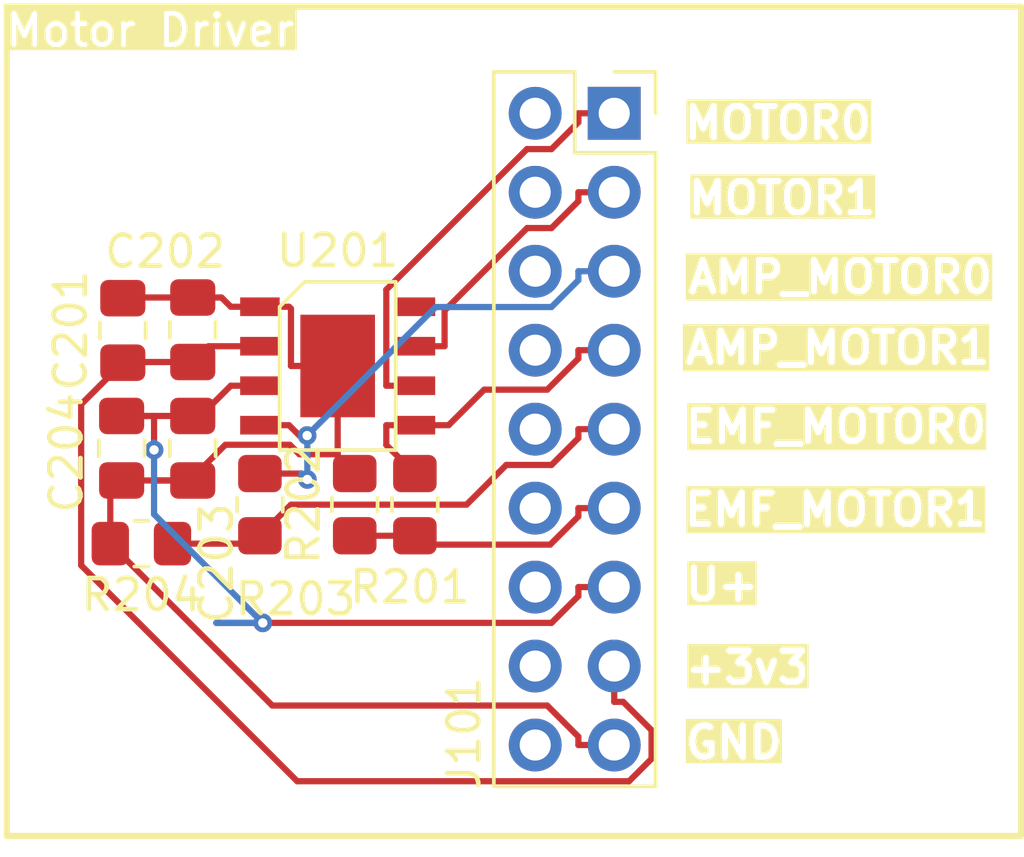
<source format=kicad_pcb>
(kicad_pcb (version 20240108) (generator "pcbnew") (generator_version "8.0")
  (layers (0 "F.Cu" signal) (31 "B.Cu" signal) (34 "B.Paste" user) (35 "F.Paste" user) (36 "B.SilkS" user "B.Silkscreen") (37 "F.SilkS" user "F.Silkscreen") (38 "B.Mask" user) (39 "F.Mask" user) (44 "Edge.Cuts" user))
  (net 0 "")
  (net 1 "PGND")
  (net 2 "/J_+3v3")
  (net 3 "/J_U+")
  (net 4 "/+3v3")
  (net 5 "/J_MOTOR0")
  (net 6 "/MOTOR1")
  (net 7 "/J_AMP_MOTOR0")
  (net 8 "/J_AMP_MOTOR1")
  (net 9 "/J_EMF_MOTOR0")
  (net 10 "/EMF_MOTOR0")
  (net 11 "/EMF_MOTOR1")
  (net 12 "/GND")
  (net 13 "/J_EMF_MOTOR1")
  (net 14 "/U+")
  (net 15 "/MOTOR0")
  (net 16 "/AMP_MOTOR1")
  (net 17 "/AMP_MOTOR0")
  (net 18 "/J_MOTOR1")
  (footprint "Capacitor_SMD:C_0805_2012Metric_Pad1.18x1.45mm_HandSolder" (layer "F.Cu") (at 116.88 68.1775 -90)
    (property "Reference" "C204" (at 0.148501 1.778001 -90) (layer "F.SilkS"))
    (property "Value" "100nF")
    (fp_line (start -0.261253 0.735) (end 0.261253 0.735) (stroke (width 0.12)) (layer "F.SilkS"))
    (fp_line (start -0.261253 -0.735) (end 0.261253 -0.735) (stroke (width 0.12)) (layer "F.SilkS"))
    (pad "1" smd roundrect (at -1.0375 0 270) (size 1.175 1.45) (layers "F.Cu" "F.Paste" "F.Mask") (roundrect_rratio 0.212766) (net 3 "/J_U+"))
    (pad "2" smd roundrect (at 1.0375 0 270) (size 1.175 1.45) (layers "F.Cu" "F.Paste" "F.Mask") (roundrect_rratio 0.212766) (net 1 "PGND"))
  )
  (footprint "Resistor_SMD:R_0805_2012Metric_Pad1.20x1.40mm_HandSolder" (layer "F.Cu") (at 126.307 69.993 90)
    (property "Reference" "R201" (at -2.651 -0.156 0) (layer "F.SilkS"))
    (property "Value" "6k8")
    (fp_line (start -0.227064 -0.735) (end 0.227064 -0.735) (stroke (width 0.12)) (layer "F.SilkS"))
    (fp_line (start -0.227064 0.735) (end 0.227064 0.735) (stroke (width 0.12)) (layer "F.SilkS"))
    (pad "1" smd roundrect (at -1 0 90) (size 1.2 1.4) (layers "F.Cu" "F.Paste" "F.Mask") (roundrect_rratio 0.208333) (net 13 "/J_EMF_MOTOR1"))
    (pad "2" smd roundrect (at 1 0 90) (size 1.2 1.4) (layers "F.Cu" "F.Paste" "F.Mask") (roundrect_rratio 0.208333) (net 8 "/J_AMP_MOTOR1"))
  )
  (footprint "Resistor_SMD:R_0805_2012Metric_Pad1.20x1.40mm_HandSolder" (layer "F.Cu") (at 121.325 69.993 90)
    (property "Reference" "R203" (at -3.032 1.143 0) (layer "F.SilkS"))
    (property "Value" "6k8")
    (fp_line (start -0.227064 -0.735) (end 0.227064 -0.735) (stroke (width 0.12)) (layer "F.SilkS"))
    (fp_line (start -0.227064 0.735) (end 0.227064 0.735) (stroke (width 0.12)) (layer "F.SilkS"))
    (pad "1" smd roundrect (at -1 0 90) (size 1.2 1.4) (layers "F.Cu" "F.Paste" "F.Mask") (roundrect_rratio 0.208333) (net 9 "/J_EMF_MOTOR0"))
    (pad "2" smd roundrect (at 1 0 90) (size 1.2 1.4) (layers "F.Cu" "F.Paste" "F.Mask") (roundrect_rratio 0.208333) (net 7 "/J_AMP_MOTOR0"))
  )
  (footprint "Connector_PinSocket_2.54mm:PinSocket_2x09_P2.54mm_Vertical" (layer "F.Cu") (at 132.715 57.404)
    (property "Reference" "J101" (at -4.826 19.939 90) (layer "F.SilkS"))
    (property "Value" "Conn_02x09_Odd_Even")
    (fp_line (start -3.87 -1.33) (end -3.87 21.65) (stroke (width 0.12)) (layer "F.SilkS"))
    (fp_line (start -3.87 -1.33) (end -1.27 -1.33) (stroke (width 0.12)) (layer "F.SilkS"))
    (fp_line (start -3.87 21.65) (end 1.33 21.65) (stroke (width 0.12)) (layer "F.SilkS"))
    (fp_line (start -1.27 -1.33) (end -1.27 1.27) (stroke (width 0.12)) (layer "F.SilkS"))
    (fp_line (start -1.27 1.27) (end 1.33 1.27) (stroke (width 0.12)) (layer "F.SilkS"))
    (fp_line (start 0 -1.33) (end 1.33 -1.33) (stroke (width 0.12)) (layer "F.SilkS"))
    (fp_line (start 1.33 -1.33) (end 1.33 0) (stroke (width 0.12)) (layer "F.SilkS"))
    (fp_line (start 1.33 1.27) (end 1.33 21.65) (stroke (width 0.12)) (layer "F.SilkS"))
    (pad "1" thru_hole rect (at 0 0) (size 1.7 1.7) (drill 1) (layers "*.Cu" "*.Mask") (net 5 "/J_MOTOR0"))
    (pad "2" thru_hole oval (at -2.54 0) (size 1.7 1.7) (drill 1) (layers "*.Cu" "*.Mask") (net 15 "/MOTOR0"))
    (pad "3" thru_hole oval (at 0 2.54) (size 1.7 1.7) (drill 1) (layers "*.Cu" "*.Mask") (net 18 "/J_MOTOR1"))
    (pad "4" thru_hole oval (at -2.54 2.54) (size 1.7 1.7) (drill 1) (layers "*.Cu" "*.Mask") (net 6 "/MOTOR1"))
    (pad "5" thru_hole oval (at 0 5.08) (size 1.7 1.7) (drill 1) (layers "*.Cu" "*.Mask") (net 7 "/J_AMP_MOTOR0"))
    (pad "6" thru_hole oval (at -2.54 5.08) (size 1.7 1.7) (drill 1) (layers "*.Cu" "*.Mask") (net 17 "/AMP_MOTOR0"))
    (pad "7" thru_hole oval (at 0 7.62) (size 1.7 1.7) (drill 1) (layers "*.Cu" "*.Mask") (net 8 "/J_AMP_MOTOR1"))
    (pad "8" thru_hole oval (at -2.54 7.62) (size 1.7 1.7) (drill 1) (layers "*.Cu" "*.Mask") (net 16 "/AMP_MOTOR1"))
    (pad "9" thru_hole oval (at 0 10.16) (size 1.7 1.7) (drill 1) (layers "*.Cu" "*.Mask") (net 9 "/J_EMF_MOTOR0"))
    (pad "10" thru_hole oval (at -2.54 10.16) (size 1.7 1.7) (drill 1) (layers "*.Cu" "*.Mask") (net 10 "/EMF_MOTOR0"))
    (pad "11" thru_hole oval (at 0 12.7) (size 1.7 1.7) (drill 1) (layers "*.Cu" "*.Mask") (net 13 "/J_EMF_MOTOR1"))
    (pad "12" thru_hole oval (at -2.54 12.7) (size 1.7 1.7) (drill 1) (layers "*.Cu" "*.Mask") (net 11 "/EMF_MOTOR1"))
    (pad "13" thru_hole oval (at 0 15.24) (size 1.7 1.7) (drill 1) (layers "*.Cu" "*.Mask") (net 3 "/J_U+"))
    (pad "14" thru_hole oval (at -2.54 15.24) (size 1.7 1.7) (drill 1) (layers "*.Cu" "*.Mask") (net 14 "/U+"))
    (pad "15" thru_hole oval (at 0 17.78) (size 1.7 1.7) (drill 1) (layers "*.Cu" "*.Mask") (net 2 "/J_+3v3"))
    (pad "16" thru_hole oval (at -2.54 17.78) (size 1.7 1.7) (drill 1) (layers "*.Cu" "*.Mask") (net 4 "/+3v3"))
    (pad "17" thru_hole oval (at 0 20.32) (size 1.7 1.7) (drill 1) (layers "*.Cu" "*.Mask") (net 1 "PGND"))
    (pad "18" thru_hole oval (at -2.54 20.32) (size 1.7 1.7) (drill 1) (layers "*.Cu" "*.Mask") (net 12 "/GND"))
  )
  (footprint "Resistor_SMD:R_0805_2012Metric_Pad1.20x1.40mm_HandSolder" (layer "F.Cu") (at 117.515 71.247 180)
    (property "Reference" "R204" (at 0 -1.65 0) (layer "F.SilkS"))
    (property "Value" "1k")
    (fp_line (start -0.227064 0.735) (end 0.227064 0.735) (stroke (width 0.12)) (layer "F.SilkS"))
    (fp_line (start -0.227064 -0.735) (end 0.227064 -0.735) (stroke (width 0.12)) (layer "F.SilkS"))
    (pad "1" smd roundrect (at -1 0 180) (size 1.2 1.4) (layers "F.Cu" "F.Paste" "F.Mask") (roundrect_rratio 0.208333) (net 9 "/J_EMF_MOTOR0"))
    (pad "2" smd roundrect (at 1 0 180) (size 1.2 1.4) (layers "F.Cu" "F.Paste" "F.Mask") (roundrect_rratio 0.208333) (net 1 "PGND"))
  )
  (footprint "Resistor_SMD:R_0805_2012Metric_Pad1.20x1.40mm_HandSolder" (layer "F.Cu") (at 124.373 69.993 90)
    (property "Reference" "R202" (at 0.016 -1.651 -90) (layer "F.SilkS"))
    (property "Value" "1k")
    (fp_line (start -0.227064 -0.735) (end 0.227064 -0.735) (stroke (width 0.12)) (layer "F.SilkS"))
    (fp_line (start -0.227064 0.735) (end 0.227064 0.735) (stroke (width 0.12)) (layer "F.SilkS"))
    (pad "1" smd roundrect (at -1 0 90) (size 1.2 1.4) (layers "F.Cu" "F.Paste" "F.Mask") (roundrect_rratio 0.208333) (net 13 "/J_EMF_MOTOR1"))
    (pad "2" smd roundrect (at 1 0 90) (size 1.2 1.4) (layers "F.Cu" "F.Paste" "F.Mask") (roundrect_rratio 0.208333) (net 1 "PGND"))
  )
  (footprint "Capacitor_SMD:C_0805_2012Metric_Pad1.18x1.45mm_HandSolder" (layer "F.Cu") (at 116.918 64.389 90)
    (property "Reference" "C201" (at 0 -1.679999 -90) (layer "F.SilkS"))
    (property "Value" "10uF")
    (fp_line (start -0.261253 -0.735) (end 0.261253 -0.735) (stroke (width 0.12)) (layer "F.SilkS"))
    (fp_line (start -0.261253 0.735) (end 0.261253 0.735) (stroke (width 0.12)) (layer "F.SilkS"))
    (pad "1" smd roundrect (at -1.0375 0 90) (size 1.175 1.45) (layers "F.Cu" "F.Paste" "F.Mask") (roundrect_rratio 0.212766) (net 2 "/J_+3v3"))
    (pad "2" smd roundrect (at 1.0375 0 90) (size 1.175 1.45) (layers "F.Cu" "F.Paste" "F.Mask") (roundrect_rratio 0.212766) (net 1 "PGND"))
  )
  (footprint "Capacitor_SMD:C_0805_2012Metric_Pad1.18x1.45mm_HandSolder" (layer "F.Cu") (at 119.166 68.1775 -90)
    (property "Reference" "C203" (at 3.704501 -0.762 90) (layer "F.SilkS"))
    (property "Value" "10uF")
    (fp_line (start -0.261253 0.735) (end 0.261253 0.735) (stroke (width 0.12)) (layer "F.SilkS"))
    (fp_line (start -0.261253 -0.735) (end 0.261253 -0.735) (stroke (width 0.12)) (layer "F.SilkS"))
    (pad "1" smd roundrect (at -1.0375 0 270) (size 1.175 1.45) (layers "F.Cu" "F.Paste" "F.Mask") (roundrect_rratio 0.212766) (net 3 "/J_U+"))
    (pad "2" smd roundrect (at 1.0375 0 270) (size 1.175 1.45) (layers "F.Cu" "F.Paste" "F.Mask") (roundrect_rratio 0.212766) (net 1 "PGND"))
  )
  (footprint "BDR6133:BDR6133" (layer "F.Cu") (at 123.825 65.532 -90)
    (property "Reference" "U201" (at -3.705 0 0) (layer "F.SilkS"))
    (property "Value" "BDR6133")
    (fp_line (start -1.905 1.865) (end -2.705 1.065) (stroke (width 0.12)) (layer "F.SilkS"))
    (fp_line (start 2.705 1.865) (end -1.905 1.865) (stroke (width 0.12)) (layer "F.SilkS"))
    (fp_line (start -2.705 1.065) (end -2.705 -1.865) (stroke (width 0.12)) (layer "F.SilkS"))
    (fp_line (start -2.705 -1.865) (end 2.705 -1.865) (stroke (width 0.12)) (layer "F.SilkS"))
    (fp_line (start 2.705 -1.865) (end 2.705 1.865) (stroke (width 0.12)) (layer "F.SilkS"))
    (pad "1" smd rect (at -1.904999 2.5 270) (size 0.6 1.27) (layers "F.Cu" "F.Paste" "F.Mask") (net 1 "PGND"))
    (pad "2" smd rect (at -0.635 2.5 270) (size 0.6 1.27) (layers "F.Cu" "F.Paste" "F.Mask") (net 2 "/J_+3v3"))
    (pad "3" smd rect (at 0.635 2.5 270) (size 0.6 1.27) (layers "F.Cu" "F.Paste" "F.Mask") (net 3 "/J_U+"))
    (pad "4" smd rect (at 1.904999 2.5 270) (size 0.6 1.27) (layers "F.Cu" "F.Paste" "F.Mask") (net 7 "/J_AMP_MOTOR0"))
    (pad "5" smd rect (at 1.904999 -2.5 270) (size 0.6 1.27) (layers "F.Cu" "F.Paste" "F.Mask") (net 8 "/J_AMP_MOTOR1"))
    (pad "6" smd rect (at 0.635 -2.5 270) (size 0.6 1.27) (layers "F.Cu" "F.Paste" "F.Mask") (net 5 "/J_MOTOR0"))
    (pad "7" smd rect (at -0.635 -2.5 270) (size 0.6 1.27) (layers "F.Cu" "F.Paste" "F.Mask") (net 18 "/J_MOTOR1"))
    (pad "8" smd rect (at -1.904999 -2.5 270) (size 0.6 1.27) (layers "F.Cu" "F.Paste" "F.Mask"))
    (pad "9" smd rect (at 0 0 270) (size 3.3 2.4) (layers "F.Cu" "F.Paste" "F.Mask") (net 1 "PGND"))
  )
  (footprint "Capacitor_SMD:C_0805_2012Metric_Pad1.18x1.45mm_HandSolder" (layer "F.Cu") (at 119.166 64.3675 90)
    (property "Reference" "C202" (at 2.5185 -0.889 0) (layer "F.SilkS"))
    (property "Value" "100nF")
    (fp_line (start -0.261253 -0.735) (end 0.261253 -0.735) (stroke (width 0.12)) (layer "F.SilkS"))
    (fp_line (start -0.261253 0.735) (end 0.261253 0.735) (stroke (width 0.12)) (layer "F.SilkS"))
    (pad "1" smd roundrect (at -1.0375 0 90) (size 1.175 1.45) (layers "F.Cu" "F.Paste" "F.Mask") (roundrect_rratio 0.212766) (net 2 "/J_+3v3"))
    (pad "2" smd roundrect (at 1.0375 0 90) (size 1.175 1.45) (layers "F.Cu" "F.Paste" "F.Mask") (roundrect_rratio 0.212766) (net 1 "PGND"))
  )
  (gr_rect (start 113.1885 53.975) (end 145.796 80.6485) (stroke (width 0.2)) (fill none) (layer "F.SilkS"))
  (gr_text "AMP_MOTOR0" (at 135.001 63.256 0) (layer "F.SilkS" knockout) (effects (font (size 1 1) (thickness 0.2) (bold yes)) (justify left bottom)))
  (gr_text "AMP_MOTOR1" (at 134.906 65.532 0) (layer "F.SilkS" knockout) (effects (font (size 1 1) (thickness 0.2) (bold yes)) (justify left bottom)))
  (gr_text "U+" (at 134.906 73.152 0) (layer "F.SilkS" knockout) (effects (font (size 1 1) (thickness 0.2) (bold yes)) (justify left bottom)))
  (gr_text "GND" (at 134.906 78.232 0) (layer "F.SilkS" knockout) (effects (font (size 1 1) (thickness 0.2) (bold yes)) (justify left bottom)))
  (gr_text "MOTOR0" (at 134.874 58.303 0) (layer "F.SilkS" knockout) (effects (font (size 1 1) (thickness 0.2) (bold yes)) (justify left bottom)))
  (gr_text "EMF_MOTOR0" (at 134.906 68.072 0) (layer "F.SilkS" knockout) (effects (font (size 1 1) (thickness 0.2) (bold yes)) (justify left bottom)))
  (gr_text "MOTOR1" (at 135.001 60.716 0) (layer "F.SilkS" knockout) (effects (font (size 1 1) (thickness 0.2) (bold yes)) (justify left bottom)))
  (gr_text "+3v3" (at 134.906 75.819 0) (layer "F.SilkS" knockout) (effects (font (size 1 1) (thickness 0.2) (bold yes)) (justify left bottom)))
  (gr_text "EMF_MOTOR1" (at 134.874 70.739 0) (layer "F.SilkS" knockout) (effects (font (size 1 1) (thickness 0.2) (bold yes)) (justify left bottom)))
  (gr_text "Motor Driver" (at 113.0808 55.3212 0) (layer "F.SilkS" knockout) (effects (font (size 1 1)) (justify left bottom)))
  (segment (start 132.715 77.724) (end 131.5633 77.724) (width 0.2) (layer "F.Cu") (net 1))
  (segment (start 116.88 69.215) (end 118.023 69.215) (width 0.2) (layer "F.Cu") (net 1))
  (segment (start 116.9395 63.33) (end 119.166 63.33) (width 0.2) (layer "F.Cu") (net 1))
  (segment (start 123.825 68.372) (end 123.825 68.0645) (width 0.2) (layer "F.Cu") (net 1))
  (segment (start 116.515 71.247) (end 116.515 69.58) (width 0.2) (layer "F.Cu") (net 1))
  (segment (start 131.5633 77.724) (end 131.5633 77.4555) (width 0.2) (layer "F.Cu") (net 1))
  (segment (start 122.5934 68.372) (end 123.825 68.372) (width 0.2) (layer "F.Cu") (net 1))
  (segment (start 119.0655 69.215) (end 120.2145 68.066) (width 0.2) (layer "F.Cu") (net 1))
  (segment (start 122.2874 68.066) (end 122.5934 68.372) (width 0.2) (layer "F.Cu") (net 1))
  (segment (start 120.0913 63.33) (end 120.3883 63.627) (width 0.2) (layer "F.Cu") (net 1))
  (segment (start 118.023 69.215) (end 119.166 69.215) (width 0.2) (layer "F.Cu") (net 1))
  (segment (start 116.515 69.58) (end 116.88 69.215) (width 0.2) (layer "F.Cu") (net 1))
  (segment (start 118.023 69.215) (end 119.0655 69.215) (width 0.2) (layer "F.Cu") (net 1))
  (segment (start 123.825 68.0645) (end 123.825 65.532) (width 0.2) (layer "F.Cu") (net 1))
  (segment (start 122.3233 63.6886) (end 122.2617 63.627) (width 0.2) (layer "F.Cu") (net 1))
  (segment (start 121.325 63.627) (end 120.3883 63.627) (width 0.2) (layer "F.Cu") (net 1))
  (segment (start 120.2145 68.066) (end 122.2874 68.066) (width 0.2) (layer "F.Cu") (net 1))
  (segment (start 123.825 65.532) (end 122.3233 65.532) (width 0.2) (layer "F.Cu") (net 1))
  (segment (start 119.166 63.33) (end 120.0913 63.33) (width 0.2) (layer "F.Cu") (net 1))
  (segment (start 131.5633 77.4555) (end 130.5618 76.454) (width 0.2) (layer "F.Cu") (net 1))
  (segment (start 121.325 63.627) (end 122.2617 63.627) (width 0.2) (layer "F.Cu") (net 1))
  (segment (start 122.3233 65.532) (end 122.3233 63.6886) (width 0.2) (layer "F.Cu") (net 1))
  (segment (start 116.918 63.3515) (end 116.9395 63.33) (width 0.2) (layer "F.Cu") (net 1))
  (segment (start 130.5618 76.454) (end 121.722 76.454) (width 0.2) (layer "F.Cu") (net 1))
  (segment (start 124.373 68.993) (end 123.825 68.445) (width 0.2) (layer "F.Cu") (net 1))
  (segment (start 123.825 68.445) (end 123.825 68.372) (width 0.2) (layer "F.Cu") (net 1))
  (segment (start 121.722 76.454) (end 116.515 71.247) (width 0.2) (layer "F.Cu") (net 1))
  (segment (start 132.715 76.3357) (end 133.0029 76.3357) (width 0.2) (layer "F.Cu") (net 2))
  (segment (start 121.325 64.897) (end 119.674 64.897) (width 0.2) (layer "F.Cu") (net 2))
  (segment (start 115.5787 71.9442) (end 115.5787 66.7658) (width 0.2) (layer "F.Cu") (net 2))
  (segment (start 133.1916 78.889) (end 122.5235 78.889) (width 0.2) (layer "F.Cu") (net 2))
  (segment (start 119.674 64.897) (end 119.166 65.405) (width 0.2) (layer "F.Cu") (net 2))
  (segment (start 132.715 75.184) (end 132.715 76.3357) (width 0.2) (layer "F.Cu") (net 2))
  (segment (start 116.9395 65.405) (end 116.918 65.4265) (width 0.2) (layer "F.Cu") (net 2))
  (segment (start 119.166 65.405) (end 116.9395 65.405) (width 0.2) (layer "F.Cu") (net 2))
  (segment (start 122.5235 78.889) (end 115.5787 71.9442) (width 0.2) (layer "F.Cu") (net 2))
  (segment (start 133.0029 76.3357) (end 133.915 77.2478) (width 0.2) (layer "F.Cu") (net 2))
  (segment (start 133.915 78.1656) (end 133.1916 78.889) (width 0.2) (layer "F.Cu") (net 2))
  (segment (start 115.5787 66.7658) (end 116.918 65.4265) (width 0.2) (layer "F.Cu") (net 2))
  (segment (start 133.915 77.2478) (end 133.915 78.1656) (width 0.2) (layer "F.Cu") (net 2))
  (segment (start 121.4178 73.7957) (end 119.9252 73.7957) (width 0.2) (layer "F.Cu") (net 3))
  (segment (start 117.9221 68.2327) (end 117.9221 67.14) (width 0.2) (layer "F.Cu") (net 3))
  (segment (start 131.5633 72.644) (end 131.5633 72.932) (width 0.2) (layer "F.Cu") (net 3))
  (segment (start 117.6431 67.14) (end 116.88 67.14) (width 0.2) (layer "F.Cu") (net 3))
  (segment (start 117.6844 67.14) (end 117.6431 67.14) (width 0.2) (layer "F.Cu") (net 3))
  (segment (start 121.325 66.167) (end 120.3883 66.167) (width 0.2) (layer "F.Cu") (net 3))
  (segment (start 119.9252 73.7957) (end 121.4178 73.7957) (width 0.2) (layer "F.Cu") (net 3))
  (segment (start 131.5633 72.932) (end 130.6996 73.7957) (width 0.2) (layer "F.Cu") (net 3))
  (segment (start 117.9221 67.14) (end 117.6844 67.14) (width 0.2) (layer "F.Cu") (net 3))
  (segment (start 117.9221 68.2327) (end 117.9221 67.9937) (width 0.2) (layer "F.Cu") (net 3))
  (segment (start 132.715 72.644) (end 131.5633 72.644) (width 0.2) (layer "F.Cu") (net 3))
  (segment (start 120.3883 66.167) (end 119.4153 67.14) (width 0.2) (layer "F.Cu") (net 3))
  (segment (start 119.4153 67.14) (end 119.166 67.14) (width 0.2) (layer "F.Cu") (net 3))
  (segment (start 130.6996 73.7957) (end 121.4178 73.7957) (width 0.2) (layer "F.Cu") (net 3))
  (segment (start 117.9221 67.9937) (end 117.9221 68.2327) (width 0.2) (layer "F.Cu") (net 3))
  (segment (start 119.166 67.14) (end 117.9221 67.14) (width 0.2) (layer "F.Cu") (net 3))
  (via (at 121.4178 73.7957) (size 0.6) (drill 0.3) (layers "F.Cu" "B.Cu") (net 3))
  (via (at 117.9221 68.2327) (size 0.6) (drill 0.3) (layers "F.Cu" "B.Cu") (net 3))
  (segment (start 117.9221 68.2327) (end 117.9221 67.9937) (width 0.2) (layer "B.Cu") (net 3))
  (segment (start 119.9252 73.7957) (end 121.4178 73.7957) (width 0.2) (layer "B.Cu") (net 3))
  (segment (start 117.9221 70.3) (end 117.9221 68.2327) (width 0.2) (layer "B.Cu") (net 3))
  (segment (start 119.9252 72.3031) (end 121.4178 73.7957) (width 0.2) (layer "B.Cu") (net 3))
  (segment (start 121.4178 73.7957) (end 119.9252 73.7957) (width 0.2) (layer "B.Cu") (net 3))
  (segment (start 119.9252 72.3031) (end 117.9221 70.3) (width 0.2) (layer "B.Cu") (net 3))
  (segment (start 117.9221 67.9937) (end 117.9221 68.2327) (width 0.2) (layer "B.Cu") (net 3))
  (segment (start 129.9103 58.5557) (end 130.6996 58.5557) (width 0.2) (layer "F.Cu") (net 5))
  (segment (start 132.715 57.404) (end 131.5633 57.404) (width 0.2) (layer "F.Cu") (net 5))
  (segment (start 126.325 66.167) (end 125.3883 66.167) (width 0.2) (layer "F.Cu") (net 5))
  (segment (start 130.6996 58.5557) (end 131.5633 57.692) (width 0.2) (layer "F.Cu") (net 5))
  (segment (start 131.5633 57.692) (end 131.5633 57.404) (width 0.2) (layer "F.Cu") (net 5))
  (segment (start 125.3883 63.0777) (end 129.9103 58.5557) (width 0.2) (layer "F.Cu") (net 5))
  (segment (start 125.3883 66.167) (end 125.3883 63.0777) (width 0.2) (layer "F.Cu") (net 5))
  (segment (start 122.6595 68.993) (end 122.849 69.1825) (width 0.2) (layer "F.Cu") (net 7))
  (segment (start 121.325 67.437) (end 122.2617 67.437) (width 0.2) (layer "F.Cu") (net 7))
  (segment (start 122.849 69.1825) (end 122.6595 68.993) (width 0.2) (layer "F.Cu") (net 7))
  (segment (start 122.6595 68.993) (end 121.325 68.993) (width 0.2) (layer "F.Cu") (net 7))
  (segment (start 122.849 69.1825) (end 122.6595 68.993) (width 0.2) (layer "F.Cu") (net 7))
  (segment (start 122.8425 67.7703) (end 122.595 67.7703) (width 0.2) (layer "F.Cu") (net 7))
  (segment (start 122.595 67.7703) (end 122.2617 67.437) (width 0.2) (layer "F.Cu") (net 7))
  (via (at 122.849 69.1825) (size 0.6) (drill 0.3) (layers "F.Cu" "B.Cu") (net 7))
  (via (at 122.8425 67.7703) (size 0.6) (drill 0.3) (layers "F.Cu" "B.Cu") (net 7))
  (segment (start 122.6595 68.993) (end 122.849 69.1825) (width 0.2) (layer "B.Cu") (net 7))
  (segment (start 131.5633 62.484) (end 131.5633 62.772) (width 0.2) (layer "B.Cu") (net 7))
  (segment (start 131.5633 62.772) (end 130.6996 63.6357) (width 0.2) (layer "B.Cu") (net 7))
  (segment (start 122.8425 67.7703) (end 122.849 67.7768) (width 0.2) (layer "B.Cu") (net 7))
  (segment (start 122.849 69.1825) (end 122.6595 68.993) (width 0.2) (layer "B.Cu") (net 7))
  (segment (start 130.6996 63.6357) (end 126.9771 63.6357) (width 0.2) (layer "B.Cu") (net 7))
  (segment (start 122.849 67.7768) (end 122.849 69.1825) (width 0.2) (layer "B.Cu") (net 7))
  (segment (start 132.715 62.484) (end 131.5633 62.484) (width 0.2) (layer "B.Cu") (net 7))
  (segment (start 126.9771 63.6357) (end 122.8425 67.7703) (width 0.2) (layer "B.Cu") (net 7))
  (segment (start 130.5618 66.294) (end 131.5633 65.2925) (width 0.2) (layer "F.Cu") (net 8))
  (segment (start 131.5633 65.2925) (end 131.5633 65.024) (width 0.2) (layer "F.Cu") (net 8))
  (segment (start 132.715 65.024) (end 131.5633 65.024) (width 0.2) (layer "F.Cu") (net 8))
  (segment (start 128.5346 66.294) (end 130.5618 66.294) (width 0.2) (layer "F.Cu") (net 8))
  (segment (start 125.8567 67.437) (end 125.3883 67.437) (width 0.2) (layer "F.Cu") (net 8))
  (segment (start 126.307 68.993) (end 125.3883 68.0743) (width 0.2) (layer "F.Cu") (net 8))
  (segment (start 126.325 67.437) (end 127.3916 67.437) (width 0.2) (layer "F.Cu") (net 8))
  (segment (start 125.3883 68.0743) (end 125.3883 67.437) (width 0.2) (layer "F.Cu") (net 8))
  (segment (start 127.3916 67.437) (end 128.5346 66.294) (width 0.2) (layer "F.Cu") (net 8))
  (segment (start 125.8567 67.437) (end 126.325 67.437) (width 0.2) (layer "F.Cu") (net 8))
  (segment (start 127.9669 69.993) (end 122.325 69.993) (width 0.2) (layer "F.Cu") (net 9))
  (segment (start 131.5633 67.564) (end 131.5633 67.852) (width 0.2) (layer "F.Cu") (net 9))
  (segment (start 130.6996 68.7157) (end 129.2442 68.7157) (width 0.2) (layer "F.Cu") (net 9))
  (segment (start 122.325 69.993) (end 121.325 70.993) (width 0.2) (layer "F.Cu") (net 9))
  (segment (start 118.515 71.247) (end 121.071 71.247) (width 0.2) (layer "F.Cu") (net 9))
  (segment (start 129.2442 68.7157) (end 127.9669 69.993) (width 0.2) (layer "F.Cu") (net 9))
  (segment (start 121.071 71.247) (end 121.325 70.993) (width 0.2) (layer "F.Cu") (net 9))
  (segment (start 131.5633 67.852) (end 130.6996 68.7157) (width 0.2) (layer "F.Cu") (net 9))
  (segment (start 132.715 67.564) (end 131.5633 67.564) (width 0.2) (layer "F.Cu") (net 9))
  (segment (start 132.715 70.104) (end 131.5633 70.104) (width 0.2) (layer "F.Cu") (net 13))
  (segment (start 126.5927 71.2787) (end 130.6571 71.2787) (width 0.2) (layer "F.Cu") (net 13))
  (segment (start 131.5633 70.3725) (end 131.5633 70.104) (width 0.2) (layer "F.Cu") (net 13))
  (segment (start 130.6571 71.2787) (end 131.5633 70.3725) (width 0.2) (layer "F.Cu") (net 13))
  (segment (start 126.307 70.993) (end 124.373 70.993) (width 0.2) (layer "F.Cu") (net 13))
  (segment (start 126.307 70.993) (end 126.5927 71.2787) (width 0.2) (layer "F.Cu") (net 13))
  (segment (start 127.2617 63.7492) (end 127.2617 64.897) (width 0.2) (layer "F.Cu") (net 18))
  (segment (start 130.6996 61.0957) (end 129.9152 61.0957) (width 0.2) (layer "F.Cu") (net 18))
  (segment (start 126.325 64.897) (end 127.2617 64.897) (width 0.2) (layer "F.Cu") (net 18))
  (segment (start 129.9152 61.0957) (end 127.2617 63.7492) (width 0.2) (layer "F.Cu") (net 18))
  (segment (start 131.5633 60.232) (end 130.6996 61.0957) (width 0.2) (layer "F.Cu") (net 18))
  (segment (start 132.715 59.944) (end 131.5633 59.944) (width 0.2) (layer "F.Cu") (net 18))
  (segment (start 131.5633 59.944) (end 131.5633 60.232) (width 0.2) (layer "F.Cu") (net 18))
)
</source>
